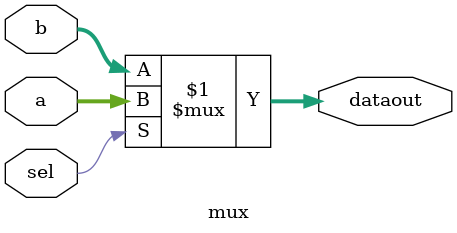
<source format=v>
module mux(
input [63:0] a, b,
input sel,
output [63:0]dataout
);
assign dataout = sel ? a:b;

endmodule

</source>
